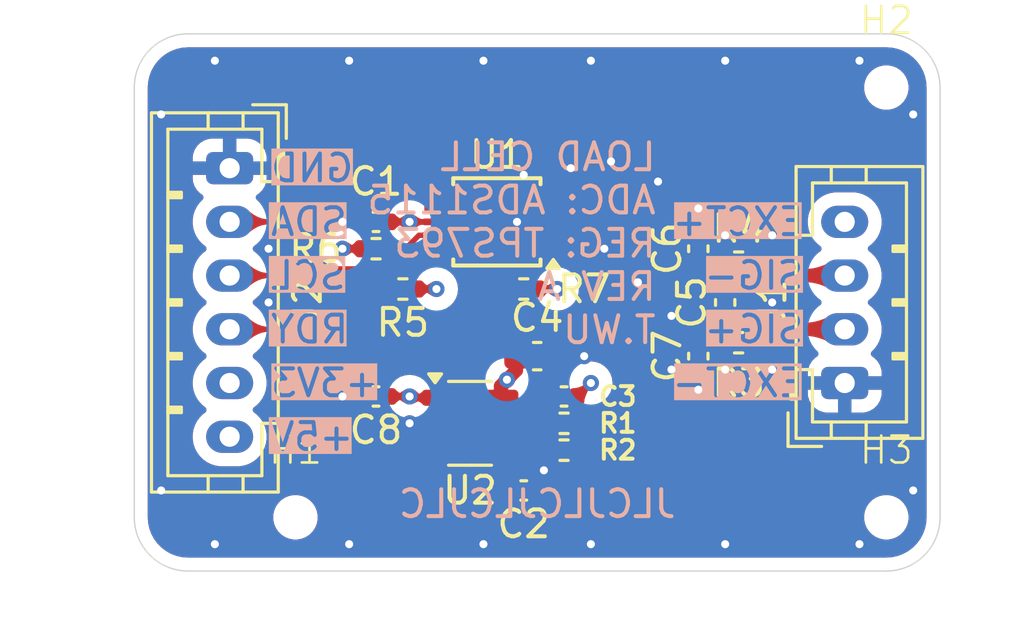
<source format=kicad_pcb>
(kicad_pcb (version 20240108) (generator "pcbnew") (generator_version "8.0")
  (layers (0 "F.Cu" signal) (1 "In1.Cu" power) (2 "In2.Cu" power) (31 "B.Cu" signal) (34 "B.Paste" user) (35 "F.Paste" user) (36 "B.SilkS" user "B.Silkscreen") (37 "F.SilkS" user "F.Silkscreen") (38 "B.Mask" user) (39 "F.Mask" user) (44 "Edge.Cuts" user))
  (net 0 "")
  (net 1 "+3V3")
  (net 2 "GND")
  (net 3 "Net-(U2-BP)")
  (net 4 "Net-(U2-FB)")
  (net 5 "+4V")
  (net 6 "/SIG_FLTR+")
  (net 7 "/SIG_FLTR-")
  (net 8 "+5V")
  (net 9 "/SIG-")
  (net 10 "/SIG+")
  (net 11 "/SDA")
  (net 12 "/SCL")
  (net 13 "/RDY")
  (footprint "Resistor_SMD:R_0402_1005Metric" (layer "F.Cu") (at 146 105.5 180)
    (property "Reference" "R2" (at -2 0 180) (layer "F.SilkS") (effects (font (size 0.7 0.7))))
    (property "Value" "30K")
    (fp_line (start -0.153641 0.38) (end 0.153641 0.38) (stroke (width 0.12)) (layer "F.SilkS"))
    (fp_line (start -0.153641 -0.38) (end 0.153641 -0.38) (stroke (width 0.12)) (layer "F.SilkS"))
    (pad "1" smd roundrect (at -0.51 0 180) (size 0.54 0.64) (layers "F.Cu" "F.Paste" "F.Mask") (net 4 "Net-(U2-FB)"))
    (pad "2" smd roundrect (at 0.51 0 180) (size 0.54 0.64) (layers "F.Cu" "F.Paste" "F.Mask") (net 2 "GND"))
  )
  (footprint "Capacitor_SMD:C_0402_1005Metric" (layer "F.Cu") (at 146 103.5 180)
    (property "Reference" "C3" (at -2 0 180) (layer "F.SilkS") (effects (font (size 0.7 0.7))))
    (property "Value" "15pF")
    (fp_line (start -0.107836 0.36) (end 0.107836 0.36) (stroke (width 0.12)) (layer "F.SilkS"))
    (fp_line (start -0.107836 -0.36) (end 0.107836 -0.36) (stroke (width 0.12)) (layer "F.SilkS"))
    (pad "1" smd roundrect (at -0.48 0 180) (size 0.56 0.62) (layers "F.Cu" "F.Paste" "F.Mask") (net 5 "+4V"))
    (pad "2" smd roundrect (at 0.48 0 180) (size 0.56 0.62) (layers "F.Cu" "F.Paste" "F.Mask") (net 4 "Net-(U2-FB)"))
  )
  (footprint "Capacitor_SMD:C_0402_1005Metric" (layer "F.Cu") (at 139 97)
    (property "Reference" "C1" (at 0 -1.5 0) (layer "F.SilkS"))
    (property "Value" "0.1uF")
    (fp_line (start -0.107836 -0.36) (end 0.107836 -0.36) (stroke (width 0.12)) (layer "F.SilkS"))
    (fp_line (start -0.107836 0.36) (end 0.107836 0.36) (stroke (width 0.12)) (layer "F.SilkS"))
    (pad "1" smd roundrect (at -0.48 0) (size 0.56 0.62) (layers "F.Cu" "F.Paste" "F.Mask") (net 2 "GND"))
    (pad "2" smd roundrect (at 0.48 0) (size 0.56 0.62) (layers "F.Cu" "F.Paste" "F.Mask") (net 1 "+3V3"))
  )
  (footprint "Resistor_SMD:R_0402_1005Metric" (layer "F.Cu") (at 140 99.5 180)
    (property "Reference" "R5" (at 0 -1.25 180) (layer "F.SilkS"))
    (property "Value" "5.1K")
    (fp_line (start -0.153641 0.38) (end 0.153641 0.38) (stroke (width 0.12)) (layer "F.SilkS"))
    (fp_line (start -0.153641 -0.38) (end 0.153641 -0.38) (stroke (width 0.12)) (layer "F.SilkS"))
    (pad "1" smd roundrect (at -0.51 0 180) (size 0.54 0.64) (layers "F.Cu" "F.Paste" "F.Mask") (net 1 "+3V3"))
    (pad "2" smd roundrect (at 0.51 0 180) (size 0.54 0.64) (layers "F.Cu" "F.Paste" "F.Mask") (net 12 "/SCL"))
  )
  (footprint "Resistor_SMD:R_0402_1005Metric" (layer "F.Cu") (at 146 104.5 180)
    (property "Reference" "R1" (at -2 0 180) (layer "F.SilkS") (effects (font (size 0.7 0.7))))
    (property "Value" "68K")
    (fp_line (start -0.153641 0.38) (end 0.153641 0.38) (stroke (width 0.12)) (layer "F.SilkS"))
    (fp_line (start -0.153641 -0.38) (end 0.153641 -0.38) (stroke (width 0.12)) (layer "F.SilkS"))
    (pad "1" smd roundrect (at -0.51 0 180) (size 0.54 0.64) (layers "F.Cu" "F.Paste" "F.Mask") (net 5 "+4V"))
    (pad "2" smd roundrect (at 0.51 0 180) (size 0.54 0.64) (layers "F.Cu" "F.Paste" "F.Mask") (net 4 "Net-(U2-FB)"))
  )
  (footprint "Capacitor_SMD:C_0402_1005Metric" (layer "F.Cu") (at 152 100 90)
    (property "Reference" "C5" (at 0 -1.25 270) (layer "F.SilkS"))
    (property "Value" "1uF")
    (fp_line (start -0.107836 -0.36) (end 0.107836 -0.36) (stroke (width 0.12)) (layer "F.SilkS"))
    (fp_line (start -0.107836 0.36) (end 0.107836 0.36) (stroke (width 0.12)) (layer "F.SilkS"))
    (pad "1" smd roundrect (at -0.48 0 90) (size 0.56 0.62) (layers "F.Cu" "F.Paste" "F.Mask") (net 6 "/SIG_FLTR+"))
    (pad "2" smd roundrect (at 0.48 0 90) (size 0.56 0.62) (layers "F.Cu" "F.Paste" "F.Mask") (net 7 "/SIG_FLTR-"))
  )
  (footprint "Resistor_SMD:R_0402_1005Metric" (layer "F.Cu") (at 139 98)
    (property "Reference" "R6" (at -2.25 0 0) (layer "F.SilkS"))
    (property "Value" "5.1K")
    (fp_line (start -0.153641 -0.38) (end 0.153641 -0.38) (stroke (width 0.12)) (layer "F.SilkS"))
    (fp_line (start -0.153641 0.38) (end 0.153641 0.38) (stroke (width 0.12)) (layer "F.SilkS"))
    (pad "1" smd roundrect (at -0.51 0) (size 0.54 0.64) (layers "F.Cu" "F.Paste" "F.Mask") (net 1 "+3V3"))
    (pad "2" smd roundrect (at 0.51 0) (size 0.54 0.64) (layers "F.Cu" "F.Paste" "F.Mask") (net 11 "/SDA"))
  )
  (footprint "Capacitor_SMD:C_0402_1005Metric" (layer "F.Cu") (at 151 102 90)
    (property "Reference" "C7" (at 0 -1.16 -90) (layer "F.SilkS"))
    (property "Value" "0.1uF")
    (fp_line (start -0.107836 -0.36) (end 0.107836 -0.36) (stroke (width 0.12)) (layer "F.SilkS"))
    (fp_line (start -0.107836 0.36) (end 0.107836 0.36) (stroke (width 0.12)) (layer "F.SilkS"))
    (pad "1" smd roundrect (at -0.48 0 90) (size 0.56 0.62) (layers "F.Cu" "F.Paste" "F.Mask") (net 2 "GND"))
    (pad "2" smd roundrect (at 0.48 0 90) (size 0.56 0.62) (layers "F.Cu" "F.Paste" "F.Mask") (net 6 "/SIG_FLTR+"))
  )
  (footprint "Resistor_SMD:R_0402_1005Metric" (layer "F.Cu") (at 144.5 99.5 180)
    (property "Reference" "R7" (at -2.25 0 180) (layer "F.SilkS"))
    (property "Value" "5.1K")
    (fp_line (start -0.153641 0.38) (end 0.153641 0.38) (stroke (width 0.12)) (layer "F.SilkS"))
    (fp_line (start -0.153641 -0.38) (end 0.153641 -0.38) (stroke (width 0.12)) (layer "F.SilkS"))
    (pad "1" smd roundrect (at -0.51 0 180) (size 0.54 0.64) (layers "F.Cu" "F.Paste" "F.Mask") (net 1 "+3V3"))
    (pad "2" smd roundrect (at 0.51 0 180) (size 0.54 0.64) (layers "F.Cu" "F.Paste" "F.Mask") (net 13 "/RDY"))
  )
  (footprint "Capacitor_SMD:C_0603_1608Metric" (layer "F.Cu") (at 145 102)
    (property "Reference" "C4" (at 0 -1.43 0) (layer "F.SilkS"))
    (property "Value" "10uF")
    (fp_line (start -0.14058 -0.51) (end 0.14058 -0.51) (stroke (width 0.12)) (layer "F.SilkS"))
    (fp_line (start -0.14058 0.51) (end 0.14058 0.51) (stroke (width 0.12)) (layer "F.SilkS"))
    (pad "1" smd roundrect (at -0.775 0) (size 0.9 0.95) (layers "F.Cu" "F.Paste" "F.Mask") (net 5 "+4V"))
    (pad "2" smd roundrect (at 0.775 0) (size 0.9 0.95) (layers "F.Cu" "F.Paste" "F.Mask") (net 2 "GND"))
  )
  (footprint "Capacitor_SMD:C_0402_1005Metric" (layer "F.Cu") (at 151 98 90)
    (property "Reference" "C6" (at 0 -1.16 -90) (layer "F.SilkS"))
    (property "Value" "0.1uF")
    (fp_line (start -0.107836 -0.36) (end 0.107836 -0.36) (stroke (width 0.12)) (layer "F.SilkS"))
    (fp_line (start -0.107836 0.36) (end 0.107836 0.36) (stroke (width 0.12)) (layer "F.SilkS"))
    (pad "1" smd roundrect (at -0.48 0 90) (size 0.56 0.62) (layers "F.Cu" "F.Paste" "F.Mask") (net 7 "/SIG_FLTR-"))
    (pad "2" smd roundrect (at 0.48 0 90) (size 0.56 0.62) (layers "F.Cu" "F.Paste" "F.Mask") (net 2 "GND"))
  )
  (footprint "Connector_JST:JST_PH_B4B-PH-K_1x04_P2.00mm_Vertical" (layer "F.Cu") (at 156.45 103 90)
    (property "Reference" "J1" (at 3 -2.7 -90) (layer "F.SilkS"))
    (property "Value" "LOAD CELL")
    (fp_line (start -1.11 -2.11) (end -2.36 -2.11) (stroke (width 0.12)) (layer "F.SilkS"))
    (fp_line (start -2.36 -2.11) (end -2.36 -0.86) (stroke (width 0.12)) (layer "F.SilkS"))
    (fp_line (start -0.3 -2.01) (end -0.6 -2.01) (stroke (width 0.12)) (layer "F.SilkS"))
    (fp_line (start -0.6 -2.01) (end -0.6 -1.81) (stroke (width 0.12)) (layer "F.SilkS"))
    (fp_line (start -0.3 -1.91) (end -0.6 -1.91) (stroke (width 0.12)) (layer "F.SilkS"))
    (fp_line (start 8.06 -1.81) (end -2.06 -1.81) (stroke (width 0.12)) (layer "F.SilkS"))
    (fp_line (start 0.5 -1.81) (end 0.5 -1.2) (stroke (width 0.12)) (layer "F.SilkS"))
    (fp_line (start -0.3 -1.81) (end -0.3 -2.01) (stroke (width 0.12)) (layer "F.SilkS"))
    (fp_line (start -2.06 -1.81) (end -2.06 2.91) (stroke (width 0.12)) (layer "F.SilkS"))
    (fp_line (start 7.45 -1.2) (end 5.5 -1.2) (stroke (width 0.12)) (layer "F.SilkS"))
    (fp_line (start 5.5 -1.2) (end 5.5 -1.81) (stroke (width 0.12)) (layer "F.SilkS"))
    (fp_line (start 0.5 -1.2) (end -1.45 -1.2) (stroke (width 0.12)) (layer "F.SilkS"))
    (fp_line (start -1.45 -1.2) (end -1.45 2.3) (stroke (width 0.12)) (layer "F.SilkS"))
    (fp_line (start 8.06 -0.5) (end 7.45 -0.5) (stroke (width 0.12)) (layer "F.SilkS"))
    (fp_line (start -2.06 -0.5) (end -1.45 -0.5) (stroke (width 0.12)) (layer "F.SilkS"))
    (fp_line (start 8.06 0.8) (end 7.45 0.8) (stroke (width 0.12)) (layer "F.SilkS"))
    (fp_line (start -2.06 0.8) (end -1.45 0.8) (stroke (width 0.12)) (layer "F.SilkS"))
    (fp_line (start 5.1 1.8) (end 5.1 2.3) (stroke (width 0.12)) (layer "F.SilkS"))
    (fp_line (start 4.9 1.8) (end 5.1 1.8) (stroke (width 0.12)) (layer "F.SilkS"))
    (fp_line (start 3.1 1.8) (end 3.1 2.3) (stroke (width 0.12)) (layer "F.SilkS"))
    (fp_line (start 2.9 1.8) (end 3.1 1.8) (stroke (width 0.12)) (layer "F.SilkS"))
    (fp_line (start 1.1 1.8) (end 1.1 2.3) (stroke (width 0.12)) (layer "F.SilkS"))
    (fp_line (start 0.9 1.8) (end 1.1 1.8) (stroke (width 0.12)) (layer "F.SilkS"))
    (fp_line (start 7.45 2.3) (end 7.45 -1.2) (stroke (width 0.12)) (layer "F.SilkS"))
    (fp_line (start 5 2.3) (end 5 1.8) (stroke (width 0.12)) (layer "F.SilkS"))
    (fp_line (start 4.9 2.3) (end 4.9 1.8) (stroke (width 0.12)) (layer "F.SilkS"))
    (fp_line (start 3 2.3) (end 3 1.8) (stroke (width 0.12)) (layer "F.SilkS"))
    (fp_line (start 2.9 2.3) (end 2.9 1.8) (stroke (width 0.12)) (layer "F.SilkS"))
    (fp_line (start 1 2.3) (end 1 1.8) (stroke (width 0.12)) (layer "F.SilkS"))
    (fp_line (start 0.9 2.3) (end 0.9 1.8) (stroke (width 0.12)) (layer "F.SilkS"))
    (fp_line (start -1.45 2.3) (end 7.45 2.3) (stroke (width 0.12)) (layer "F.SilkS"))
    (fp_line (start 8.06 2.91) (end 8.06 -1.81) (stroke (width 0.12)) (layer "F.SilkS"))
    (fp_line (start -2.06 2.91) (end 8.06 2.91) (stroke (width 0.12)) (layer "F.SilkS"))
    (pad "1" thru_hole roundrect (at 0 0 90) (size 1.2 1.75) (drill 0.75) (layers "*.Cu" "*.Mask") (roundrect_rratio 0.208333) (net 2 "GND"))
    (pad "2" thru_hole oval (at 2 0 90) (size 1.2 1.75) (drill 0.75) (layers "*.Cu" "*.Mask") (net 10 "/SIG+"))
    (pad "3" thru_hole oval (at 4 0 90) (size 1.2 1.75) (drill 0.75) (layers "*.Cu" "*.Mask") (net 9 "/SIG-"))
    (pad "4" thru_hole oval (at 6 0 90) (size 1.2 1.75) (drill 0.75) (layers "*.Cu" "*.Mask") (net 5 "+4V"))
  )
  (footprint "JLCPCB:SMD Tooling Hole" (layer "F.Cu") (at 158 92)
    (property "Reference" "H2" (at 0 -2.5 0) (layer "F.SilkS") (effects (font (thickness 0.1))))
    (property "Value" "MountingHole")
    (pad "" np_thru_hole circle (at 0 0) (size 1.152 1.152) (drill 1.152) (layers "F&B.Cu" "*.Mask"))
  )
  (footprint "Capacitor_SMD:C_0402_1005Metric" (layer "F.Cu") (at 144.5 107)
    (property "Reference" "C2" (at 0 1.25 0) (layer "F.SilkS"))
    (property "Value" "10nF")
    (fp_line (start -0.107836 -0.36) (end 0.107836 -0.36) (stroke (width 0.12)) (layer "F.SilkS"))
    (fp_line (start -0.107836 0.36) (end 0.107836 0.36) (stroke (width 0.12)) (layer "F.SilkS"))
    (pad "1" smd roundrect (at -0.48 0) (size 0.56 0.62) (layers "F.Cu" "F.Paste" "F.Mask") (net 3 "Net-(U2-BP)"))
    (pad "2" smd roundrect (at 0.48 0) (size 0.56 0.62) (layers "F.Cu" "F.Paste" "F.Mask") (net 2 "GND"))
  )
  (footprint "Capacitor_SMD:C_0402_1005Metric" (layer "F.Cu") (at 139 103.5 180)
    (property "Reference" "C8" (at 0 -1.25 180) (layer "F.SilkS"))
    (property "Value" "1uF")
    (fp_line (start -0.107836 0.36) (end 0.107836 0.36) (stroke (width 0.12)) (layer "F.SilkS"))
    (fp_line (start -0.107836 -0.36) (end 0.107836 -0.36) (stroke (width 0.12)) (layer "F.SilkS"))
    (pad "1" smd roundrect (at -0.48 0 180) (size 0.56 0.62) (layers "F.Cu" "F.Paste" "F.Mask") (net 8 "+5V"))
    (pad "2" smd roundrect (at 0.48 0 180) (size 0.56 0.62) (layers "F.Cu" "F.Paste" "F.Mask") (net 2 "GND"))
  )
  (footprint "JLCPCB:SMD Tooling Hole" (layer "F.Cu") (at 136 108)
    (property "Reference" "H1" (at 0 -2.5 0) (layer "F.SilkS") (effects (font (thickness 0.1))))
    (property "Value" "MountingHole")
    (pad "" np_thru_hole circle (at 0 0) (size 1.152 1.152) (drill 1.152) (layers "F&B.Cu" "*.Mask"))
  )
  (footprint "Resistor_SMD:R_0402_1005Metric" (layer "F.Cu") (at 152.5 98.5 180)
    (property "Reference" "R4" (at 0 1.25 180) (layer "F.SilkS"))
    (property "Value" "68R")
    (fp_line (start -0.153641 0.38) (end 0.153641 0.38) (stroke (width 0.12)) (layer "F.SilkS"))
    (fp_line (start -0.153641 -0.38) (end 0.153641 -0.38) (stroke (width 0.12)) (layer "F.SilkS"))
    (pad "1" smd roundrect (at -0.51 0 180) (size 0.54 0.64) (layers "F.Cu" "F.Paste" "F.Mask") (net 9 "/SIG-"))
    (pad "2" smd roundrect (at 0.51 0 180) (size 0.54 0.64) (layers "F.Cu" "F.Paste" "F.Mask") (net 7 "/SIG_FLTR-"))
  )
  (footprint "Connector_JST:JST_PH_B6B-PH-K_1x06_P2.00mm_Vertical" (layer "F.Cu") (at 133.55 95 -90)
    (property "Reference" "J2" (at 5 -2.9 90) (layer "F.SilkS"))
    (property "Value" "MCU")
    (fp_line (start -2.06 2.91) (end 12.06 2.91) (stroke (width 0.12)) (layer "F.SilkS"))
    (fp_line (start 12.06 2.91) (end 12.06 -1.81) (stroke (width 0.12)) (layer "F.SilkS"))
    (fp_line (start -1.45 2.3) (end 11.45 2.3) (stroke (width 0.12)) (layer "F.SilkS"))
    (fp_line (start 0.9 2.3) (end 0.9 1.8) (stroke (width 0.12)) (layer "F.SilkS"))
    (fp_line (start 1 2.3) (end 1 1.8) (stroke (width 0.12)) (layer "F.SilkS"))
    (fp_line (start 2.9 2.3) (end 2.9 1.8) (stroke (width 0.12)) (layer "F.SilkS"))
    (fp_line (start 3 2.3) (end 3 1.8) (stroke (width 0.12)) (layer "F.SilkS"))
    (fp_line (start 4.9 2.3) (end 4.9 1.8) (stroke (width 0.12)) (layer "F.SilkS"))
    (fp_line (start 5 2.3) (end 5 1.8) (stroke (width 0.12)) (layer "F.SilkS"))
    (fp_line (start 6.9 2.3) (end 6.9 1.8) (stroke (width 0.12)) (layer "F.SilkS"))
    (fp_line (start 7 2.3) (end 7 1.8) (stroke (width 0.12)) (layer "F.SilkS"))
    (fp_line (start 8.9 2.3) (end 8.9 1.8) (stroke (width 0.12)) (layer "F.SilkS"))
    (fp_line (start 9 2.3) (end 9 1.8) (stroke (width 0.12)) (layer "F.SilkS"))
    (fp_line (start 11.45 2.3) (end 11.45 -1.2) (stroke (width 0.12)) (layer "F.SilkS"))
    (fp_line (start 0.9 1.8) (end 1.1 1.8) (stroke (width 0.12)) (layer "F.SilkS"))
    (fp_line (start 1.1 1.8) (end 1.1 2.3) (stroke (width 0.12)) (layer "F.SilkS"))
    (fp_line (start 2.9 1.8) (end 3.1 1.8) (stroke (width 0.12)) (layer "F.SilkS"))
    (fp_line (start 3.1 1.8) (end 3.1 2.3) (stroke (width 0.12)) (layer "F.SilkS"))
    (fp_line (start 4.9 1.8) (end 5.1 1.8) (stroke (width 0.12)) (layer "F.SilkS"))
    (fp_line (start 5.1 1.8) (end 5.1 2.3) (stroke (width 0.12)) (layer "F.SilkS"))
    (fp_line (start 6.9 1.8) (end 7.1 1.8) (stroke (width 0.12)) (layer "F.SilkS"))
    (fp_line (start 7.1 1.8) (end 7.1 2.3) (stroke (width 0.12)) (layer "F.SilkS"))
    (fp_line (start 8.9 1.8) (end 9.1 1.8) (stroke (width 0.12)) (layer "F.SilkS"))
    (fp_line (start 9.1 1.8) (end 9.1 2.3) (stroke (width 0.12)) (layer "F.SilkS"))
    (fp_line (start -2.06 0.8) (end -1.45 0.8) (stroke (width 0.12)) (layer "F.SilkS"))
    (fp_line (start 12.06 0.8) (end 11.45 0.8) (stroke (width 0.12)) (layer "F.SilkS"))
    (fp_line (start -2.06 -0.5) (end -1.45 -0.5) (stroke (width 0.12)) (layer "F.SilkS"))
    (fp_line (start 12.06 -0.5) (end 11.45 -0.5) (stroke (width 0.12)) (layer "F.SilkS"))
    (fp_line (start -1.45 -1.2) (end -1.45 2.3) (stroke (width 0.12)) (layer "F.SilkS"))
    (fp_line (start 0.5 -1.2) (end -1.45 -1.2) (stroke (width 0.12)) (layer "F.SilkS"))
    (fp_line (start 9.5 -1.2) (end 9.5 -1.81) (stroke (width 0.12)) (layer "F.SilkS"))
    (fp_line (start 11.45 -1.2) (end 9.5 -1.2) (stroke (width 0.12)) (layer "F.SilkS"))
    (fp_line (start -2.06 -1.81) (end -2.06 2.91) (stroke (width 0.12)) (layer "F.SilkS"))
    (fp_line (start -0.3 -1.81) (end -0.3 -2.01) (stroke (width 0.12)) (layer "F.SilkS"))
    (fp_line (start 0.5 -1.81) (end 0.5 -1.2) (stroke (width 0.12)) (layer "F.SilkS"))
    (fp_line (start 12.06 -1.81) (end -2.06 -1.81) (stroke (width 0.12)) (layer "F.SilkS"))
    (fp_line (start -0.3 -1.91) (end -0.6 -1.91) (stroke (width 0.12)) (layer "F.SilkS"))
    (fp_line (start -0.6 -2.01) (end -0.6 -1.81) (stroke (width 0.12)) (layer "F.SilkS"))
    (fp_line (start -0.3 -2.01) (end -0.6 -2.01) (stroke (width 0.12)) (layer "F.SilkS"))
    (fp_line (start -2.36 -2.11) (end -2.36 -0.86) (stroke (width 0.12)) (layer "F.SilkS"))
    (fp_line (start -1.11 -2.11) (end -2.36 -2.11) (stroke (width 0.12)) (layer "F.SilkS"))
    (pad "1" thru_hole roundrect (at 0 0 270) (size 1.2 1.75) (drill 0.75) (layers "*.Cu" "*.Mask") (roundrect_rratio 0.208333) (net 2 "GND"))
    (pad "2" thru_hole oval (at 2 0 270) (size 1.2 1.75) (drill 0.75) (layers "*.Cu" "*.Mask") (net 11 "/SDA"))
    (pad "3" thru_hole oval (at 4 0 270) (size 1.2 1.75) (drill 0.75) (layers "*.Cu" "*.Mask") (net 12 "/SCL"))
    (pad "4" thru_hole oval (at 6 0 270) (size 1.2 1.75) (drill 0.75) (layers "*.Cu" "*.Mask") (net 13 "/RDY"))
    (pad "5" thru_hole oval (at 8 0 270) (size 1.2 1.75) (drill 0.75) (layers "*.Cu" "*.Mask") (net 1 "+3V3"))
    (pad "6" thru_hole oval (at 10 0 270) (size 1.2 1.75) (drill 0.75) (layers "*.Cu" "*.Mask") (net 8 "+5V"))
  )
  (footprint "Package_TO_SOT_SMD:SOT-23-6" (layer "F.Cu") (at 142.5 104.5)
    (property "Reference" "U2" (at 0 2.5 0) (layer "F.SilkS"))
    (property "Value" "TPS79301-EP")
    (fp_line (start 0 -1.56) (end -0.8 -1.56) (stroke (width 0.12)) (layer "F.SilkS"))
    (fp_line (start 0 -1.56) (end 0.8 -1.56) (stroke (width 0.12)) (layer "F.SilkS"))
    (fp_line (start 0 1.56) (end -0.8 1.56) (stroke (width 0.12)) (layer "F.SilkS"))
    (fp_line (start 0 1.56) (end 0.8 1.56) (stroke (width 0.12)) (layer "F.SilkS"))
    (fp_poly (pts (xy -1.3 -1.51) (xy -1.54 -1.84) (xy -1.06 -1.84) (xy -1.3 -1.51)) (stroke (width 0.12)) (fill solid) (layer "F.SilkS"))
    (pad "1" smd roundrect (at -1.1375 -0.95) (size 1.325 0.6) (layers "F.Cu" "F.Paste" "F.Mask") (net 8 "+5V"))
    (pad "2" smd roundrect (at -1.1375 0) (size 1.325 0.6) (layers "F.Cu" "F.Paste" "F.Mask") (net 2 "GND"))
    (pad "3" smd roundrect (at -1.1375 0.95) (size 1.325 0.6) (layers "F.Cu" "F.Paste" "F.Mask") (net 8 "+5V"))
    (pad "4" smd roundrect (at 1.1375 0.95) (size 1.325 0.6) (layers "F.Cu" "F.Paste" "F.Mask") (net 3 "Net-(U2-BP)"))
    (pad "5" smd roundrect (at 1.1375 0) (size 1.325 0.6) (layers "F.Cu" "F.Paste" "F.Mask") (net 4 "Net-(U2-FB)"))
    (pad "6" smd roundrect (at 1.1375 -0.95) (size 1.325 0.6) (layers "F.Cu" "F.Paste" "F.Mask") (net 5 "+4V"))
  )
  (footprint "Package_SO:TSSOP-10_3x3mm_P0.5mm" (layer "F.Cu") (at 143.5 97 180)
    (property "Reference" "U1" (at 0 2.5 180) (layer "F.SilkS"))
    (property "Value" "ADS1115IDGS")
    (fp_line (start 1.625 1.625) (end 1.625 1.4) (stroke (width 0.15)) (layer "F.SilkS"))
    (fp_line (start 1.625 -1.625) (end 1.625 -1.4) (stroke (width 0.15)) (layer "F.SilkS"))
    (fp_line (start -1.625 1.625) (end 1.625 1.625) (stroke (width 0.15)) (layer "F.SilkS"))
    (fp_line (start -1.625 1.625) (end -1.625 1.4) (stroke (width 0.15)) (layer "F.SilkS"))
    (fp_line (start -1.625 -1.625) (end 1.625 -1.625) (stroke (width 0.15)) (layer "F.SilkS"))
    (fp_line (start -1.625 -1.625) (end -1.625 -1.4) (stroke (width 0.15)) (layer "F.SilkS"))
    (fp_poly (pts (xy -2.1 -1.4) (xy -2.34 -1.73) (xy -1.86 -1.73) (xy -2.1 -1.4)) (stroke (width 0.12)) (fill solid) (layer "F.SilkS"))
    (pad "1" smd rect (at -2.15 -1 180) (size 1.1 0.25) (layers "F.Cu" "F.Paste" "F.Mask") (net 2 "GND"))
    (pad "2" smd rect (at -2.15 -0.5 180) (size 1.1 0.25) (layers "F.Cu" "F.Paste" "F.Mask") (net 13 "/RDY"))
    (pad "3" smd rect (at -2.15 0 180) (size 1.1 0.25) (layers "F.Cu" "F.Paste" "F.Mask") (net 2 "GND"))
    (pad "4" smd rect (at -2.15 0.5 180) (size 1.1 0.25) (layers "F.Cu" "F.Paste" "F.Mask") (net 6 "/SIG_FLTR+"))
    (pad "5" smd rect (at -2.15 1 180) (size 1.1 0.25) (layers "F.Cu" "F.Paste" "F.Mask") (net 7 "/SIG_FLTR-"))
    (pad "6" smd rect (at 2.15 1 180) (size 1.1 0.25) (layers "F.Cu" "F.Paste" "F.Mask"))
    (pad "7" smd rect (at 2.15 0.5 180) (size 1.1 0.25) (layers "F.Cu" "F.Paste" "F.Mask"))
    (pad "8" smd rect (at 2.15 0 180) (size 1.1 0.25) (layers "F.Cu" "F.Paste" "F.Mask") (net 1 "+3V3"))
    (pad "9" smd rect (at 2.15 -0.5 180) (size 1.1 0.25) (layers "F.Cu" "F.Paste" "F.Mask") (net 11 "/SDA"))
    (pad "10" smd rect (at 2.15 -1 180) (size 1.1 0.25) (layers "F.Cu" "F.Paste" "F.Mask") (net 12 "/SCL"))
  )
  (footprint "Resistor_SMD:R_0402_1005Metric" (layer "F.Cu") (at 152.5 101.5)
    (property "Reference" "R3" (at 0 1.5 0) (layer "F.SilkS"))
    (property "Value" "68R")
    (fp_line (start -0.153641 -0.38) (end 0.153641 -0.38) (stroke (width 0.12)) (layer "F.SilkS"))
    (fp_line (start -0.153641 0.38) (end 0.153641 0.38) (stroke (width 0.12)) (layer "F.SilkS"))
    (pad "1" smd roundrect (at -0.51 0) (size 0.54 0.64) (layers "F.Cu" "F.Paste" "F.Mask") (net 6 "/SIG_FLTR+"))
    (pad "2" smd roundrect (at 0.51 0) (size 0.54 0.64) (layers "F.Cu" "F.Paste" "F.Mask") (net 10 "/SIG+"))
  )
  (footprint "JLCPCB:SMD Tooling Hole" (layer "F.Cu") (at 158 108)
    (property "Reference" "H3" (at 0 -2.5 0) (layer "F.SilkS") (effects (font (thickness 0.1))))
    (property "Value" "MountingHole")
    (pad "" np_thru_hole circle (at 0 0) (size 1.152 1.152) (drill 1.152) (layers "F&B.Cu" "*.Mask"))
  )
  (gr_line (start 160 108) (end 160 92) (stroke (width 0.05)) (layer "Edge.Cuts"))
  (gr_arc (start 132 110) (mid 130.585785 109.414214) (end 130 108) (stroke (width 0.05)) (layer "Edge.Cuts"))
  (gr_arc (start 130 92) (mid 130.585786 90.585786) (end 132 90) (stroke (width 0.05)) (layer "Edge.Cuts"))
  (gr_line (start 130 108) (end 130 92) (stroke (width 0.05)) (layer "Edge.Cuts"))
  (gr_line (start 158 110) (end 132 110) (stroke (width 0.05)) (layer "Edge.Cuts"))
  (gr_line (start 158 90) (end 132 90) (stroke (width 0.05)) (layer "Edge.Cuts"))
  (gr_arc (start 160 108) (mid 159.414214 109.414214) (end 158 110) (stroke (width 0.05)) (layer "Edge.Cuts"))
  (gr_arc (start 158 90) (mid 159.414214 90.585786) (end 160 92) (stroke (width 0.05)) (layer "Edge.Cuts"))
  (gr_text "SDA" (at 135 97 0) (layer "B.SilkS" knockout) (effects (font (size 1 1)) (justify right mirror)))
  (gr_text "RDY" (at 135 101 0) (layer "B.SilkS" knockout) (effects (font (size 1 1)) (justify right mirror)))
  (gr_text "EXCT-" (at 155 103 0) (layer "B.SilkS" knockout) (effects (font (size 1 1)) (justify left mirror)))
  (gr_text "+5V" (at 135 105 0) (layer "B.SilkS" knockout) (effects (font (size 1 1)) (justify right mirror)))
  (gr_text "LOAD CELL\nADC: ADS1115\nREG: TPS793\nREV A\nT.WU" (at 149.5 94 0) (layer "B.SilkS") (effects (font (size 1 1)) (justify left top mirror)))
  (gr_text "SIG-" (at 155 99 0) (layer "B.SilkS" knockout) (effects (font (size 1 1)) (justify left mirror)))
  (gr_text "EXCT+" (at 155 97 0) (layer "B.SilkS" knockout) (effects (font (size 1 1)) (justify left mirror)))
  (gr_text "JLCJLCJLCJLC" (at 145 107.5 0) (layer "B.SilkS") (effects (font (size 1 1)) (justify mirror)))
  (gr_text "+3V3" (at 135 103 0) (layer "B.SilkS" knockout) (effects (font (size 1 1)) (justify right mirror)))
  (gr_text "GND" (at 135 95 0) (layer "B.SilkS" knockout) (effects (font (size 1 1)) (justify right mirror)))
  (gr_text "SCL" (at 135 99 0) (layer "B.SilkS" knockout) (effects (font (size 1 1)) (justify right mirror)))
  (gr_text "SIG+" (at 155 101 0) (layer "B.SilkS" knockout) (effects (font (size 1 1)) (justify left mirror)))
  (segment (start 141.25 99.5) (end 140.51 99.5) (width 0.2) (layer "F.Cu") (net 1))
  (segment (start 145.01 99.5) (end 145.75 99.5) (width 0.2) (layer "F.Cu") (net 1))
  (segment (start 138.49 98) (end 137.75 98) (width 0.2) (layer "F.Cu") (net 1))
  (segment (start 139.98 97) (end 141.35 97) (width 0.2) (layer "F.Cu") (net 1))
  (segment (start 140.25 97) (end 139.23 97) (width 0.2) (layer "F.Cu") (net 1))
  (via (at 141.25 99.5) (size 0.6) (drill 0.3) (layers "F.Cu" "B.Cu") (net 1))
  (via (at 137.75 98) (size 0.6) (drill 0.3) (layers "F.Cu" "B.Cu") (net 1))
  (via (at 140.25 97) (size 0.6) (drill 0.3) (layers "F.Cu" "B.Cu") (net 1))
  (via (at 145.75 99.5) (size 0.6) (drill 0.3) (layers "F.Cu" "B.Cu") (net 1))
  (segment (start 145.65 97) (end 146.425 97) (width 0.2) (layer "F.Cu") (net 2))
  (segment (start 145.65 97) (end 144.25 97) (width 0.2) (layer "F.Cu") (net 2))
  (segment (start 146.5 97.075) (end 146.5 97.925) (width 0.2) (layer "F.Cu") (net 2))
  (segment (start 146.425 98) (end 145.65 98) (width 0.2) (layer "F.Cu") (net 2))
  (segment (start 138.27 97) (end 137.75 97) (width 0.2) (layer "F.Cu") (net 2))
  (segment (start 145.49 106.01) (end 145.25 106.25) (width 0.2) (layer "F.Cu") (net 2))
  (segment (start 151 97.52) (end 151 96.5) (width 0.2) (layer "F.Cu") (net 2))
  (segment (start 141.3625 104.5) (end 140.25 104.5) (width 0.2) (layer "F.Cu") (net 2))
  (segment (start 144.98 106.52) (end 145.25 106.25) (width 0.2) (layer "F.Cu") (net 2))
  (segment (start 137.75 103.5) (end 138.52 103.5) (width 0.2) (layer "F.Cu") (net 2))
  (segment (start 145.49 105.5) (end 145.49 106.01) (width 0.2) (layer "F.Cu") (net 2))
  (segment (start 146.425 97) (end 146.5 97.075) (width 0.2) (layer "F.Cu") (net 2))
  (segment (start 151 102.48) (end 151 103.25) (width 0.2) (layer "F.Cu") (net 2))
  (segment (start 144.98 107.05) (end 144.98 106.52) (width 0.2) (layer "F.Cu") (net 2))
  (segment (start 146.5 97.925) (end 146.425 98) (width 0.2) (layer "F.Cu") (net 2))
  (via (at 150 100.5) (size 0.6) (drill 0.3) (layers "F.Cu" "B.Cu") (net 2))
  (via (at 150 102.5) (size 0.6) (drill 0.3) (layers "F.Cu" "B.Cu") (net 2))
  (via (at 131 107) (size 0.6) (drill 0.3) (layers "F.Cu" "B.Cu") (net 2))
  (via (at 133 91) (size 0.6) (drill 0.3) (layers "F.Cu" "B.Cu") (net 2))
  (via (at 149.5 95.5) (size 0.6) (drill 0.3) (layers "F.Cu" "B.Cu") (net 2))
  (via (at 143 109) (size 0.6) (drill 0.3) (layers "F.Cu" "B.Cu") (net 2))
  (via (at 138 109) (size 0.6) (drill 0.3) (layers "F.Cu" "B.Cu") (net 2))
  (via (at 151 103.25) (size 0.6) (drill 0.3) (layers "F.Cu" "B.Cu") (net 2))
  (via (at 146.75 102) (size 0.6) (drill 0.3) (layers "F.Cu" "B.Cu") (net 2))
  (via (at 147 91) (size 0.6) (drill 0.3) (layers "F.Cu" "B.Cu") (net 2))
  (via (at 148.75 99.25) (size 0.6) (drill 0.3) (layers "F.Cu" "B.Cu") (net 2))
  (via (at 152 91) (size 0.6) (drill 0.3) (layers "F.Cu" "B.Cu") (net 2))
  (via (at 147 109) (size 0.6) (drill 0.3) (layers "F.Cu" "B.Cu") (net 2))
  (via (at 152 97.5) (size 0.6) (drill 0.3) (layers "F.Cu" "B.Cu") (net 2))
  (via (at 147.75 94.75) (size 0.6) (drill 0.3) (layers "F.Cu" "B.Cu") (net 2))
  (via (at 152 102.5) (size 0.6) (drill 0.3) (layers "F.Cu" "B.Cu") (net 2))
  (via (at 157 109) (size 0.6) (drill 0.3) (layers "F.Cu" "B.Cu") (net 2))
  (via (at 137.75 97) (size 0.6) (drill 0.3) (layers "F.Cu" "B.Cu") (net 2))
  (via (at 153.75 100) (size 0.6) (drill 0.3) (layers "F.Cu" "B.Cu") (net 2))
  (via (at 146.25 95) (size 0.6) (drill 0.3) (layers "F.Cu" "B.Cu") (net 2))
  (via (at 151 96.5) (size 0.6) (drill 0.3) (layers "F.Cu" "B.Cu") (net 2))
  (via (at 131 93) (size 0.6) (drill 0.3) (layers "F.Cu" "B.Cu") (net 2))
  (via (at 135 100) (size 0.6) (drill 0.3) (layers "F.Cu" "B.Cu") (net 2))
  (via (at 133 109) (size 0.6) (drill 0.3) (layers "F.Cu" "B.Cu") (net 2))
  (via (at 144.5 95.25) (size 0.6) (drill 0.3) (layers "F.Cu" "B.Cu") (net 2))
  (via (at 153.75 97.5) (size 0.6) (drill 0.3) (layers "F.Cu" "B.Cu") (net 2))
  (via (at 159 107) (size 0.6) (drill 0.3) (layers "F.Cu" "B.Cu") (net 2))
  (via (at 157 91) (size 0.6) (drill 0.3) (layers "F.Cu" "B.Cu") (net 2))
  (via (at 135 98) (size 0.6) (drill 0.3) (layers "F.Cu" "B.Cu") (net 2))
  (via (at 153.75 102.5) (size 0.6) (drill 0.3) (layers "F.Cu" "B.Cu") (net 2))
  (via (at 137.75 103.5) (size 0.6) (drill 0.3) (layers "F.Cu" "B.Cu") (net 2))
  (via (at 159 93) (size 0.6) (drill 0.3) (layers "F.Cu" "B.Cu") (net 2))
  (via (at 144.25 97) (size 0.6) (drill 0.3) (layers "F.Cu" "B.Cu") (net 2))
  (via (at 152 109) (size 0.6) (drill 0.3) (layers "F.Cu" "B.Cu") (net 2))
  (via (at 145.25 106.25) (size 0.6) (drill 0.3) (layers "F.Cu" "B.Cu") (net 2))
  (via (at 147.5 98) (size 0.6) (drill 0.3) (layers "F.Cu" "B.Cu") (net 2))
  (via (at 138 91) (size 0.6) (drill 0.3) (layers "F.Cu" "B.Cu") (net 2))
  (via (at 140.25 104.5) (size 0.6) (drill 0.3) (layers "F.Cu" "B.Cu") (net 2))
  (via (at 143 91) (size 0.6) (drill 0.3) (layers "F.Cu" "B.Cu") (net 2))
  (segment (start 143.6375 105.45) (end 143.6375 106.6175) (width 0.2) (layer "F.Cu") (net 3))
  (segment (start 143.6375 106.6175) (end 144.02 107) (width 0.2) (layer "F.Cu") (net 3))
  (segment (start 146.49 105.5) (end 145.49 104.5) (width 0.2) (layer "F.Cu") (net 4))
  (segment (start 143.6375 104.5) (end 145.49 104.5) (width 0.2) (layer "F.Cu") (net 4))
  (segment (start 145.52 103.5) (end 145.52 104.47) (width 0.2) (layer "F.Cu") (net 4))
  (segment (start 145.52 104.47) (end 145.49 104.5) (width 0.2) (layer "F.Cu") (net 4))
  (segment (start 146.51 105.5) (end 146.49 105.5) (width 0.2) (layer "F.Cu") (net 4))
  (segment (start 143.6375 103.1125) (end 143.6375 103.6) (width 0.5) (layer "F.Cu") (net 5))
  (segment (start 146.48 104.47) (end 146.51 104.5) (width 0.2) (layer "F.Cu") (net 5))
  (segment (start 146.48 103.5) (end 146.48 104.47) (width 0.2) (layer "F.Cu") (net 5))
  (segment (start 144.225 102.525) (end 144.225 102) (width 0.5) (layer "F.Cu") (net 5))
  (segment (start 147 103) (end 146.98 103) (width 0.2) (layer "F.Cu") (net 5))
  (segment (start 143.875 102.875) (end 143.6375 103.1125) (width 0.5) (layer "F.Cu") (net 5))
  (segment (start 146.98 103) (end 146.48 103.5) (width 0.2) (layer "F.Cu") (net 5))
  (segment (start 143.875 102.875) (end 144.225 102.525) (width 0.5) (layer "F.Cu") (net 5))
  (via (at 143.875 102.875) (size 0.6) (drill 0.3) (layers "F.Cu" "B.Cu") (net 5))
  (via (at 147 103) (size 0.6) (drill 0.3) (layers "F.Cu" "B.Cu") (net 5))
  (segment (start 152 101.49) (end 151.99 101.5) (width 0.2) (layer "F.Cu") (net 6))
  (segment (start 151.97 101.52) (end 151.99 101.5) (width 0.2) (layer "F.Cu") (net 6))
  (segment (start 151.99 100.49) (end 152 100.48) (width 0.2) (layer "F.Cu") (net 6))
  (segment (start 151 101.52) (end 151.97 101.52) (width 0.5) (layer "F.Cu") (net 6))
  (segment (start 147.6 96.6) (end 151 100) (width 0.5) (layer "F.Cu") (net 6))
  (segment (start 146.6 96.6) (end 147.1 96.6) (width 0.2) (layer "F.Cu") (net 6))
  (segment (start 151 100) (end 151 101.52) (width 0.5) (layer "F.Cu") (net 6))
  (segment (start 151.99 101.5) (end 151.99 100.49) (width 0.5) (layer "F.Cu") (net 6))
  (segment (start 147.1 96.6) (end 147.6 96.6) (width 0.5) (layer "F.Cu") (net 6))
  (segment (start 146.5 96.5) (end 146.6 96.6) (width 0.2) (layer "F.Cu") (net 6))
  (segment (start 145.65 96.5) (end 146.5 96.5) (width 0.2) (layer "F.Cu") (net 6))
  (segment (start 146.5 96) (end 146.6 95.9) (width 0.2) (layer "F.Cu") (net 7))
  (segment (start 146.6 95.9) (end 147.1 95.9) (width 0.2) (layer "F.Cu") (net 7))
  (segment (start 150.811734 98.48) (end 151 98.48) (width 0.5) (layer "F.Cu") (net 7))
  (segment (start 151.97 98.48) (end 151.99 98.5) (width 0.2) (layer "F.Cu") (net 7))
  (segment (start 151.99 98.5) (end 151.99 99.51) (width 0.5) (layer "F.Cu") (net 7))
  (segment (start 147.1 95.9) (end 148.231734 95.9) (width 0.5) (layer "F.Cu") (net 7))
  (segment (start 148.231734 95.9) (end 150.811734 98.48) (width 0.5) (layer "F.Cu") (net 7))
  (segment (start 151.99 99.51) (end 152 99.52) (width 0.2) (layer "F.Cu") (net 7))
  (segment (start 145.65 96) (end 146.5 96) (width 0.2) (layer "F.Cu") (net 7))
  (segment (start 151 98.48) (end 151.97 98.48) (width 0.5) (layer "F.Cu") (net 7))
  (segment (start 140.3 103.55) (end 141.3625 103.55) (width 0.2) (layer "F.Cu") (net 8))
  (segment (start 141.8 103.55) (end 141.3625 103.55) (width 0.2) (layer "F.Cu") (net 8))
  (segment (start 142.325 105.149999) (end 142.325 104.075) (width 0.2) (layer "F.Cu") (net 8))
  (segment (start 142.325 104.075) (end 141.8 103.55) (width 0.2) (layer "F.Cu") (net 8))
  (segment (start 141.3625 105.45) (end 142.024999 105.45) (width 0.2) (layer "F.Cu") (net 8))
  (segment (start 142.024999 105.45) (end 142.325 105.149999) (width 0.2) (layer "F.Cu") (net 8))
  (segment (start 140.25 103.5) (end 140.3 103.55) (width 0.2) (layer "F.Cu") (net 8))
  (segment (start 139.48 103.5) (end 140.25 103.5) (width 0.2) (layer "F.Cu") (net 8))
  (via (at 140.25 103.5) (size 0.6) (drill 0.3) (layers "F.Cu" "B.Cu") (net 8))
  (segment (start 154.75 99) (end 156.45 99) (width 0.5) (layer "F.Cu") (net 9))
  (segment (start 153.01 98.5) (end 154.25 98.5) (width 0.5) (layer "F.Cu") (net 9))
  (segment (start 154.25 98.5) (end 154.75 99) (width 0.5) (layer "F.Cu") (net 9))
  (segment (start 154.25 101.5) (end 154.75 101) (width 0.5) (layer "F.Cu") (net 10))
  (segment (start 154.75 101) (end 156.45 101) (width 0.5) (layer "F.Cu") (net 10))
  (segment (start 153.01 101.5) (end 154.25 101.5) (width 0.5) (layer "F.Cu") (net 10))
  (segment (start 140.598529 97.5) (end 140.098529 98) (width 0.2) (layer "F.Cu") (net 11))
  (segment (start 135.25 97) (end 133.55 97) (width 0.2) (layer "F.Cu") (net 11))
  (segment (start 138.76 98.75) (end 137 98.75) (width 0.2) (layer "F.Cu") (net 11))
  (segment (start 140 98) (end 139.51 98) (width 0.2) (layer "F.Cu") (net 11))
  (segment (start 140.098529 98) (end 140 98) (width 0.2) (layer "F.Cu") (net 11))
  (segment (start 141.35 97.5) (end 140.598529 97.5) (width 0.2) (layer "F.Cu") (net 11))
  (segment (start 137 98.75) (end 135.25 97) (width 0.2) (layer "F.Cu") (net 11))
  (segment (start 139.51 98) (end 138.76 98.75) (width 0.2) (layer "F.Cu") (net 11))
  (segment (start 140.01 98) (end 140 98) (width 0.2) (layer "F.Cu") (net 11))
  (segment (start 141.35 98) (end 140.75 98) (width 0.2) (layer "F.Cu") (net 12))
  (segment (start 139.49 99.26) (end 139.49 99.5) (width 0.2) (layer "F.Cu") (net 12))
  (segment (start 136.25 99) (end 133.55 99) (width 0.2) (layer "F.Cu") (net 12))
  (segment (start 139.49 99.5) (end 136.75 99.5) (width 0.2) (layer "F.Cu") (net 12))
  (segment (start 136.75 99.5) (end 136.25 99) (width 0.2) (layer "F.Cu") (net 12))
  (segment (start 140.75 98) (end 139.49 99.26) (width 0.2) (layer "F.Cu") (net 12))
  (segment (start 143.99 99.5) (end 143.99 98.385) (width 0.2) (layer "F.Cu") (net 13))
  (segment (start 144.875 97.5) (end 145.65 97.5) (width 0.2) (layer "F.Cu") (net 13))
  (segment (start 143.99 99.5) (end 142.49 101) (width 0.2) (layer "F.Cu") (net 13))
  (segment (start 142.49 101) (end 133.55 101) (width 0.2) (layer "F.Cu") (net 13))
  (segment (start 143.99 98.385) (end 144.875 97.5) (width 0.2) (layer "F.Cu") (net 13))
  (zone (net 2) (net_name "GND") (layers "F&B.Cu") (priority 3) (connect_pads (clearance 0.5)) (min_thickness 0.25) (fill yes (thermal_gap 0.5) (thermal_bridge_width 0.5) (island_removal_mode 1) (island_area_min 10))
    (polygon (pts (xy 128 88.75) (xy 160.75 88.75) (xy 160.75 111.25) (xy 128 111.25)))
  )
)
</source>
